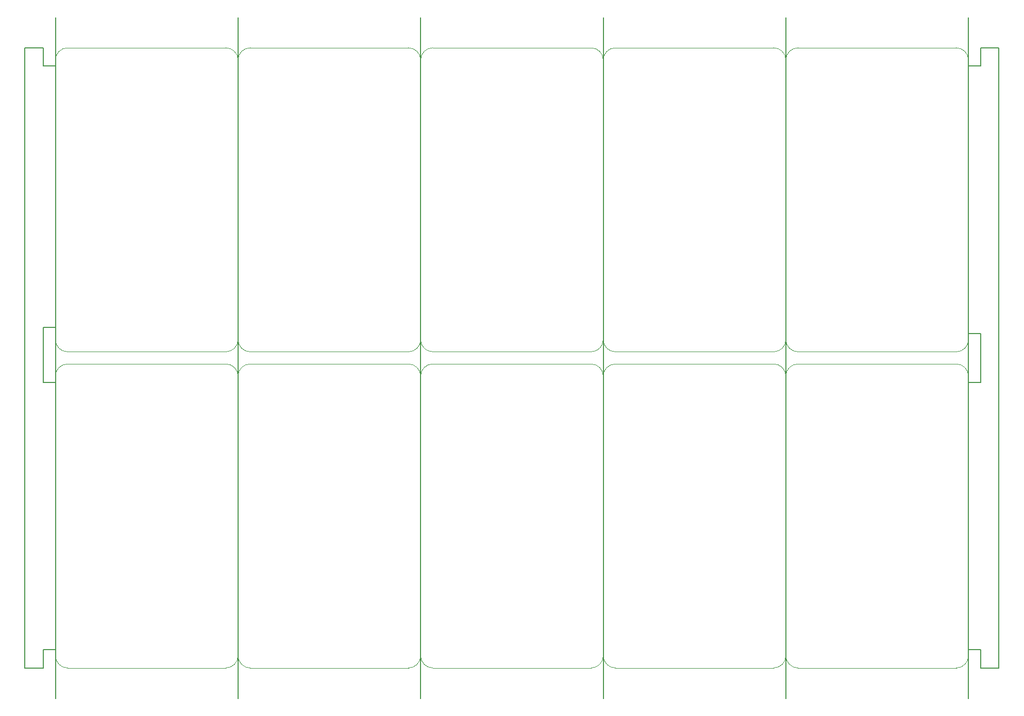
<source format=gm1>
G04 #@! TF.FileFunction,Profile,NP*
%FSLAX46Y46*%
G04 Gerber Fmt 4.6, Leading zero omitted, Abs format (unit mm)*
G04 Created by KiCad (PCBNEW 4.0.6-e0-6349~53~ubuntu16.04.1) date Tue Jun 20 10:06:01 2017*
%MOMM*%
%LPD*%
G01*
G04 APERTURE LIST*
%ADD10C,0.200000*%
%ADD11C,0.100000*%
G04 APERTURE END LIST*
D10*
X204000000Y-29000000D02*
X204000000Y-141000000D01*
X174000000Y-141000000D02*
X174000000Y-29000000D01*
X144000000Y-29000000D02*
X144000000Y-141000000D01*
X114000000Y-141000000D02*
X114000000Y-29000000D01*
X84000000Y-29000000D02*
X84000000Y-141000000D01*
X54000000Y-29000000D02*
X54000000Y-141000000D01*
X206000000Y-133000000D02*
X204000000Y-133000000D01*
X206000000Y-136000000D02*
X206000000Y-133000000D01*
X204000000Y-134000000D02*
X204000000Y-89000000D01*
X209000000Y-136000000D02*
X206000000Y-136000000D01*
D11*
X204000000Y-134000000D02*
X204000000Y-88000000D01*
X204000000Y-134000000D02*
X204000000Y-88000000D01*
X204000000Y-134000000D02*
X204000000Y-88000000D01*
X204000000Y-134000000D02*
X204000000Y-88000000D01*
X202000000Y-136000000D02*
G75*
G03X204000000Y-134000000I0J2000000D01*
G01*
X202000000Y-136000000D02*
G75*
G03X204000000Y-134000000I0J2000000D01*
G01*
X202000000Y-136000000D02*
G75*
G03X204000000Y-134000000I0J2000000D01*
G01*
X202000000Y-136000000D02*
G75*
G03X204000000Y-134000000I0J2000000D01*
G01*
D10*
X52000000Y-133000000D02*
X54000000Y-133000000D01*
X52000000Y-136000000D02*
X52000000Y-133000000D01*
X49000000Y-136000000D02*
X52000000Y-136000000D01*
X52000000Y-37000000D02*
X52000000Y-34000000D01*
X54000000Y-37000000D02*
X52000000Y-37000000D01*
X54000000Y-80000000D02*
X54000000Y-37000000D01*
X52000000Y-80000000D02*
X54000000Y-80000000D01*
X52000000Y-89000000D02*
X52000000Y-80000000D01*
X54000000Y-89000000D02*
X52000000Y-89000000D01*
X54000000Y-133000000D02*
X54000000Y-89000000D01*
X49000000Y-34000000D02*
X49000000Y-136000000D01*
X52000000Y-34000000D02*
X49000000Y-34000000D01*
X206000000Y-37000000D02*
X206000000Y-34000000D01*
X204000000Y-37000000D02*
X206000000Y-37000000D01*
X204000000Y-81000000D02*
X204000000Y-37000000D01*
X206000000Y-81000000D02*
X204000000Y-81000000D01*
X206000000Y-89000000D02*
X206000000Y-81000000D01*
X204000000Y-89000000D02*
X206000000Y-89000000D01*
X209000000Y-34000000D02*
X209000000Y-136000000D01*
X206000000Y-34000000D02*
X209000000Y-34000000D01*
D11*
X54000000Y-88000000D02*
X54000000Y-134000000D01*
X54000000Y-88000000D02*
X54000000Y-134000000D01*
X54000000Y-88000000D02*
X54000000Y-134000000D01*
X54000000Y-88000000D02*
X54000000Y-134000000D01*
X56000000Y-86000000D02*
G75*
G03X54000000Y-88000000I0J-2000000D01*
G01*
X56000000Y-86000000D02*
G75*
G03X54000000Y-88000000I0J-2000000D01*
G01*
X56000000Y-86000000D02*
G75*
G03X54000000Y-88000000I0J-2000000D01*
G01*
X56000000Y-86000000D02*
G75*
G03X54000000Y-88000000I0J-2000000D01*
G01*
X54000000Y-134000000D02*
G75*
G03X56000000Y-136000000I2000000J0D01*
G01*
X54000000Y-134000000D02*
G75*
G03X56000000Y-136000000I2000000J0D01*
G01*
X54000000Y-134000000D02*
G75*
G03X56000000Y-136000000I2000000J0D01*
G01*
X54000000Y-134000000D02*
G75*
G03X56000000Y-136000000I2000000J0D01*
G01*
X54000000Y-36000000D02*
X54000000Y-82000000D01*
X56000000Y-34000000D02*
G75*
G03X54000000Y-36000000I0J-2000000D01*
G01*
X54000000Y-82000000D02*
G75*
G03X56000000Y-84000000I2000000J0D01*
G01*
X54000000Y-82000000D02*
G75*
G03X56000000Y-84000000I2000000J0D01*
G01*
X56000000Y-34000000D02*
G75*
G03X54000000Y-36000000I0J-2000000D01*
G01*
X54000000Y-36000000D02*
X54000000Y-82000000D01*
X54000000Y-36000000D02*
X54000000Y-82000000D01*
X56000000Y-34000000D02*
G75*
G03X54000000Y-36000000I0J-2000000D01*
G01*
X54000000Y-82000000D02*
G75*
G03X56000000Y-84000000I2000000J0D01*
G01*
X54000000Y-82000000D02*
G75*
G03X56000000Y-84000000I2000000J0D01*
G01*
X56000000Y-34000000D02*
G75*
G03X54000000Y-36000000I0J-2000000D01*
G01*
X54000000Y-36000000D02*
X54000000Y-82000000D01*
X84000000Y-88000000D02*
X84000000Y-134000000D01*
X82000000Y-86000000D02*
X56000000Y-86000000D01*
X82000000Y-86000000D02*
X56000000Y-86000000D01*
X82000000Y-86000000D02*
X56000000Y-86000000D01*
X82000000Y-86000000D02*
X56000000Y-86000000D01*
X56000000Y-136000000D02*
X82000000Y-136000000D01*
X56000000Y-136000000D02*
X82000000Y-136000000D01*
X56000000Y-136000000D02*
X82000000Y-136000000D01*
X56000000Y-136000000D02*
X82000000Y-136000000D01*
X84000000Y-134000000D02*
X84000000Y-88000000D01*
X84000000Y-88000000D02*
X84000000Y-134000000D01*
X84000000Y-134000000D02*
X84000000Y-88000000D01*
X84000000Y-134000000D02*
X84000000Y-88000000D01*
X84000000Y-88000000D02*
X84000000Y-134000000D01*
X84000000Y-88000000D02*
G75*
G03X82000000Y-86000000I-2000000J0D01*
G01*
X86000000Y-86000000D02*
G75*
G03X84000000Y-88000000I0J-2000000D01*
G01*
X84000000Y-88000000D02*
G75*
G03X82000000Y-86000000I-2000000J0D01*
G01*
X86000000Y-86000000D02*
G75*
G03X84000000Y-88000000I0J-2000000D01*
G01*
X84000000Y-88000000D02*
G75*
G03X82000000Y-86000000I-2000000J0D01*
G01*
X84000000Y-88000000D02*
G75*
G03X82000000Y-86000000I-2000000J0D01*
G01*
X86000000Y-86000000D02*
G75*
G03X84000000Y-88000000I0J-2000000D01*
G01*
X174000000Y-134000000D02*
X174000000Y-88000000D01*
X174000000Y-88000000D02*
X174000000Y-134000000D01*
X174000000Y-88000000D02*
X174000000Y-134000000D01*
X176000000Y-86000000D02*
G75*
G03X174000000Y-88000000I0J-2000000D01*
G01*
X174000000Y-88000000D02*
G75*
G03X172000000Y-86000000I-2000000J0D01*
G01*
X176000000Y-86000000D02*
G75*
G03X174000000Y-88000000I0J-2000000D01*
G01*
X176000000Y-86000000D02*
G75*
G03X174000000Y-88000000I0J-2000000D01*
G01*
X174000000Y-88000000D02*
G75*
G03X172000000Y-86000000I-2000000J0D01*
G01*
X174000000Y-88000000D02*
G75*
G03X172000000Y-86000000I-2000000J0D01*
G01*
X176000000Y-86000000D02*
G75*
G03X174000000Y-88000000I0J-2000000D01*
G01*
X174000000Y-88000000D02*
G75*
G03X172000000Y-86000000I-2000000J0D01*
G01*
X174000000Y-88000000D02*
X174000000Y-134000000D01*
X174000000Y-134000000D02*
X174000000Y-88000000D01*
X174000000Y-134000000D02*
X174000000Y-88000000D01*
X174000000Y-88000000D02*
X174000000Y-134000000D01*
X174000000Y-134000000D02*
X174000000Y-88000000D01*
X176000000Y-136000000D02*
X202000000Y-136000000D01*
X176000000Y-136000000D02*
X202000000Y-136000000D01*
X176000000Y-136000000D02*
X202000000Y-136000000D01*
X176000000Y-136000000D02*
X202000000Y-136000000D01*
X174000000Y-134000000D02*
G75*
G03X176000000Y-136000000I2000000J0D01*
G01*
X172000000Y-136000000D02*
G75*
G03X174000000Y-134000000I0J2000000D01*
G01*
X174000000Y-134000000D02*
G75*
G03X176000000Y-136000000I2000000J0D01*
G01*
X174000000Y-134000000D02*
G75*
G03X176000000Y-136000000I2000000J0D01*
G01*
X172000000Y-136000000D02*
G75*
G03X174000000Y-134000000I0J2000000D01*
G01*
X172000000Y-136000000D02*
G75*
G03X174000000Y-134000000I0J2000000D01*
G01*
X174000000Y-134000000D02*
G75*
G03X176000000Y-136000000I2000000J0D01*
G01*
X172000000Y-136000000D02*
G75*
G03X174000000Y-134000000I0J2000000D01*
G01*
X202000000Y-86000000D02*
X176000000Y-86000000D01*
X204000000Y-88000000D02*
G75*
G03X202000000Y-86000000I-2000000J0D01*
G01*
X202000000Y-86000000D02*
X176000000Y-86000000D01*
X202000000Y-86000000D02*
X176000000Y-86000000D01*
X204000000Y-88000000D02*
G75*
G03X202000000Y-86000000I-2000000J0D01*
G01*
X204000000Y-88000000D02*
G75*
G03X202000000Y-86000000I-2000000J0D01*
G01*
X202000000Y-86000000D02*
X176000000Y-86000000D01*
X204000000Y-88000000D02*
G75*
G03X202000000Y-86000000I-2000000J0D01*
G01*
X112000000Y-86000000D02*
X86000000Y-86000000D01*
X86000000Y-86000000D02*
G75*
G03X84000000Y-88000000I0J-2000000D01*
G01*
X112000000Y-86000000D02*
X86000000Y-86000000D01*
X112000000Y-86000000D02*
X86000000Y-86000000D01*
X112000000Y-86000000D02*
X86000000Y-86000000D01*
X84000000Y-88000000D02*
X84000000Y-134000000D01*
X82000000Y-136000000D02*
G75*
G03X84000000Y-134000000I0J2000000D01*
G01*
X84000000Y-134000000D02*
G75*
G03X86000000Y-136000000I2000000J0D01*
G01*
X82000000Y-136000000D02*
G75*
G03X84000000Y-134000000I0J2000000D01*
G01*
X84000000Y-134000000D02*
G75*
G03X86000000Y-136000000I2000000J0D01*
G01*
X84000000Y-134000000D02*
X84000000Y-88000000D01*
X86000000Y-136000000D02*
X112000000Y-136000000D01*
X84000000Y-134000000D02*
G75*
G03X86000000Y-136000000I2000000J0D01*
G01*
X82000000Y-136000000D02*
G75*
G03X84000000Y-134000000I0J2000000D01*
G01*
X82000000Y-136000000D02*
G75*
G03X84000000Y-134000000I0J2000000D01*
G01*
X84000000Y-134000000D02*
G75*
G03X86000000Y-136000000I2000000J0D01*
G01*
X86000000Y-136000000D02*
X112000000Y-136000000D01*
X86000000Y-136000000D02*
X112000000Y-136000000D01*
X86000000Y-136000000D02*
X112000000Y-136000000D01*
X112000000Y-136000000D02*
G75*
G03X114000000Y-134000000I0J2000000D01*
G01*
X112000000Y-136000000D02*
G75*
G03X114000000Y-134000000I0J2000000D01*
G01*
X112000000Y-136000000D02*
G75*
G03X114000000Y-134000000I0J2000000D01*
G01*
X112000000Y-136000000D02*
G75*
G03X114000000Y-134000000I0J2000000D01*
G01*
X114000000Y-88000000D02*
G75*
G03X112000000Y-86000000I-2000000J0D01*
G01*
X114000000Y-88000000D02*
G75*
G03X112000000Y-86000000I-2000000J0D01*
G01*
X114000000Y-88000000D02*
G75*
G03X112000000Y-86000000I-2000000J0D01*
G01*
X114000000Y-88000000D02*
G75*
G03X112000000Y-86000000I-2000000J0D01*
G01*
X146000000Y-136000000D02*
X172000000Y-136000000D01*
X146000000Y-136000000D02*
X172000000Y-136000000D01*
X146000000Y-136000000D02*
X172000000Y-136000000D01*
X146000000Y-136000000D02*
X172000000Y-136000000D01*
X144000000Y-134000000D02*
G75*
G03X146000000Y-136000000I2000000J0D01*
G01*
X144000000Y-134000000D02*
G75*
G03X146000000Y-136000000I2000000J0D01*
G01*
X144000000Y-134000000D02*
G75*
G03X146000000Y-136000000I2000000J0D01*
G01*
X144000000Y-88000000D02*
X144000000Y-134000000D01*
X144000000Y-134000000D02*
X144000000Y-88000000D01*
X144000000Y-134000000D02*
X144000000Y-88000000D01*
X144000000Y-88000000D02*
X144000000Y-134000000D01*
X144000000Y-88000000D02*
X144000000Y-134000000D01*
X144000000Y-134000000D02*
X144000000Y-88000000D01*
X144000000Y-134000000D02*
X144000000Y-88000000D01*
X142000000Y-136000000D02*
G75*
G03X144000000Y-134000000I0J2000000D01*
G01*
X144000000Y-134000000D02*
G75*
G03X146000000Y-136000000I2000000J0D01*
G01*
X142000000Y-136000000D02*
G75*
G03X144000000Y-134000000I0J2000000D01*
G01*
X142000000Y-136000000D02*
G75*
G03X144000000Y-134000000I0J2000000D01*
G01*
X142000000Y-136000000D02*
G75*
G03X144000000Y-134000000I0J2000000D01*
G01*
X116000000Y-136000000D02*
X142000000Y-136000000D01*
X114000000Y-134000000D02*
G75*
G03X116000000Y-136000000I2000000J0D01*
G01*
X116000000Y-136000000D02*
X142000000Y-136000000D01*
X116000000Y-136000000D02*
X142000000Y-136000000D01*
X114000000Y-134000000D02*
G75*
G03X116000000Y-136000000I2000000J0D01*
G01*
X114000000Y-134000000D02*
G75*
G03X116000000Y-136000000I2000000J0D01*
G01*
X116000000Y-136000000D02*
X142000000Y-136000000D01*
X114000000Y-134000000D02*
G75*
G03X116000000Y-136000000I2000000J0D01*
G01*
X114000000Y-88000000D02*
X114000000Y-134000000D01*
X114000000Y-134000000D02*
X114000000Y-88000000D01*
X114000000Y-88000000D02*
X114000000Y-134000000D01*
X114000000Y-134000000D02*
X114000000Y-88000000D01*
X114000000Y-88000000D02*
X114000000Y-134000000D01*
X114000000Y-88000000D02*
X114000000Y-134000000D01*
X114000000Y-134000000D02*
X114000000Y-88000000D01*
X114000000Y-134000000D02*
X114000000Y-88000000D01*
X142000000Y-86000000D02*
X116000000Y-86000000D01*
X116000000Y-86000000D02*
G75*
G03X114000000Y-88000000I0J-2000000D01*
G01*
X116000000Y-86000000D02*
G75*
G03X114000000Y-88000000I0J-2000000D01*
G01*
X142000000Y-86000000D02*
X116000000Y-86000000D01*
X142000000Y-86000000D02*
X116000000Y-86000000D01*
X116000000Y-86000000D02*
G75*
G03X114000000Y-88000000I0J-2000000D01*
G01*
X142000000Y-86000000D02*
X116000000Y-86000000D01*
X116000000Y-86000000D02*
G75*
G03X114000000Y-88000000I0J-2000000D01*
G01*
X144000000Y-88000000D02*
G75*
G03X142000000Y-86000000I-2000000J0D01*
G01*
X144000000Y-88000000D02*
X144000000Y-134000000D01*
X144000000Y-88000000D02*
G75*
G03X142000000Y-86000000I-2000000J0D01*
G01*
X144000000Y-88000000D02*
G75*
G03X142000000Y-86000000I-2000000J0D01*
G01*
X144000000Y-88000000D02*
G75*
G03X142000000Y-86000000I-2000000J0D01*
G01*
X172000000Y-86000000D02*
X146000000Y-86000000D01*
X146000000Y-86000000D02*
G75*
G03X144000000Y-88000000I0J-2000000D01*
G01*
X172000000Y-86000000D02*
X146000000Y-86000000D01*
X172000000Y-86000000D02*
X146000000Y-86000000D01*
X146000000Y-86000000D02*
G75*
G03X144000000Y-88000000I0J-2000000D01*
G01*
X146000000Y-86000000D02*
G75*
G03X144000000Y-88000000I0J-2000000D01*
G01*
X172000000Y-86000000D02*
X146000000Y-86000000D01*
X146000000Y-86000000D02*
G75*
G03X144000000Y-88000000I0J-2000000D01*
G01*
X174000000Y-36000000D02*
X174000000Y-82000000D01*
X176000000Y-84000000D02*
X202000000Y-84000000D01*
X204000000Y-82000000D02*
X204000000Y-36000000D01*
X202000000Y-34000000D02*
X176000000Y-34000000D01*
X176000000Y-34000000D02*
G75*
G03X174000000Y-36000000I0J-2000000D01*
G01*
X204000000Y-36000000D02*
G75*
G03X202000000Y-34000000I-2000000J0D01*
G01*
X174000000Y-82000000D02*
G75*
G03X176000000Y-84000000I2000000J0D01*
G01*
X202000000Y-84000000D02*
G75*
G03X204000000Y-82000000I0J2000000D01*
G01*
X144000000Y-36000000D02*
X144000000Y-82000000D01*
X146000000Y-84000000D02*
X172000000Y-84000000D01*
X174000000Y-82000000D02*
X174000000Y-36000000D01*
X172000000Y-34000000D02*
X146000000Y-34000000D01*
X146000000Y-34000000D02*
G75*
G03X144000000Y-36000000I0J-2000000D01*
G01*
X174000000Y-36000000D02*
G75*
G03X172000000Y-34000000I-2000000J0D01*
G01*
X144000000Y-82000000D02*
G75*
G03X146000000Y-84000000I2000000J0D01*
G01*
X172000000Y-84000000D02*
G75*
G03X174000000Y-82000000I0J2000000D01*
G01*
X114000000Y-36000000D02*
X114000000Y-82000000D01*
X116000000Y-84000000D02*
X142000000Y-84000000D01*
X144000000Y-82000000D02*
X144000000Y-36000000D01*
X142000000Y-34000000D02*
X116000000Y-34000000D01*
X116000000Y-34000000D02*
G75*
G03X114000000Y-36000000I0J-2000000D01*
G01*
X144000000Y-36000000D02*
G75*
G03X142000000Y-34000000I-2000000J0D01*
G01*
X114000000Y-82000000D02*
G75*
G03X116000000Y-84000000I2000000J0D01*
G01*
X142000000Y-84000000D02*
G75*
G03X144000000Y-82000000I0J2000000D01*
G01*
X84000000Y-36000000D02*
X84000000Y-82000000D01*
X86000000Y-84000000D02*
X112000000Y-84000000D01*
X114000000Y-82000000D02*
X114000000Y-36000000D01*
X112000000Y-34000000D02*
X86000000Y-34000000D01*
X86000000Y-34000000D02*
G75*
G03X84000000Y-36000000I0J-2000000D01*
G01*
X114000000Y-36000000D02*
G75*
G03X112000000Y-34000000I-2000000J0D01*
G01*
X84000000Y-82000000D02*
G75*
G03X86000000Y-84000000I2000000J0D01*
G01*
X112000000Y-84000000D02*
G75*
G03X114000000Y-82000000I0J2000000D01*
G01*
X56000000Y-84000000D02*
X82000000Y-84000000D01*
X84000000Y-82000000D02*
X84000000Y-36000000D01*
X82000000Y-34000000D02*
X56000000Y-34000000D01*
X84000000Y-36000000D02*
G75*
G03X82000000Y-34000000I-2000000J0D01*
G01*
X82000000Y-84000000D02*
G75*
G03X84000000Y-82000000I0J2000000D01*
G01*
X82000000Y-84000000D02*
G75*
G03X84000000Y-82000000I0J2000000D01*
G01*
X84000000Y-36000000D02*
G75*
G03X82000000Y-34000000I-2000000J0D01*
G01*
X82000000Y-34000000D02*
X56000000Y-34000000D01*
X84000000Y-82000000D02*
X84000000Y-36000000D01*
X56000000Y-84000000D02*
X82000000Y-84000000D01*
X112000000Y-84000000D02*
G75*
G03X114000000Y-82000000I0J2000000D01*
G01*
X84000000Y-82000000D02*
G75*
G03X86000000Y-84000000I2000000J0D01*
G01*
X114000000Y-36000000D02*
G75*
G03X112000000Y-34000000I-2000000J0D01*
G01*
X86000000Y-34000000D02*
G75*
G03X84000000Y-36000000I0J-2000000D01*
G01*
X112000000Y-34000000D02*
X86000000Y-34000000D01*
X114000000Y-82000000D02*
X114000000Y-36000000D01*
X86000000Y-84000000D02*
X112000000Y-84000000D01*
X84000000Y-36000000D02*
X84000000Y-82000000D01*
X142000000Y-84000000D02*
G75*
G03X144000000Y-82000000I0J2000000D01*
G01*
X114000000Y-82000000D02*
G75*
G03X116000000Y-84000000I2000000J0D01*
G01*
X144000000Y-36000000D02*
G75*
G03X142000000Y-34000000I-2000000J0D01*
G01*
X116000000Y-34000000D02*
G75*
G03X114000000Y-36000000I0J-2000000D01*
G01*
X142000000Y-34000000D02*
X116000000Y-34000000D01*
X144000000Y-82000000D02*
X144000000Y-36000000D01*
X116000000Y-84000000D02*
X142000000Y-84000000D01*
X114000000Y-36000000D02*
X114000000Y-82000000D01*
X172000000Y-84000000D02*
G75*
G03X174000000Y-82000000I0J2000000D01*
G01*
X144000000Y-82000000D02*
G75*
G03X146000000Y-84000000I2000000J0D01*
G01*
X174000000Y-36000000D02*
G75*
G03X172000000Y-34000000I-2000000J0D01*
G01*
X146000000Y-34000000D02*
G75*
G03X144000000Y-36000000I0J-2000000D01*
G01*
X172000000Y-34000000D02*
X146000000Y-34000000D01*
X174000000Y-82000000D02*
X174000000Y-36000000D01*
X146000000Y-84000000D02*
X172000000Y-84000000D01*
X144000000Y-36000000D02*
X144000000Y-82000000D01*
X202000000Y-84000000D02*
G75*
G03X204000000Y-82000000I0J2000000D01*
G01*
X174000000Y-82000000D02*
G75*
G03X176000000Y-84000000I2000000J0D01*
G01*
X204000000Y-36000000D02*
G75*
G03X202000000Y-34000000I-2000000J0D01*
G01*
X176000000Y-34000000D02*
G75*
G03X174000000Y-36000000I0J-2000000D01*
G01*
X202000000Y-34000000D02*
X176000000Y-34000000D01*
X204000000Y-82000000D02*
X204000000Y-36000000D01*
X176000000Y-84000000D02*
X202000000Y-84000000D01*
X174000000Y-36000000D02*
X174000000Y-82000000D01*
X174000000Y-36000000D02*
X174000000Y-82000000D01*
X176000000Y-84000000D02*
X202000000Y-84000000D01*
X204000000Y-82000000D02*
X204000000Y-36000000D01*
X202000000Y-34000000D02*
X176000000Y-34000000D01*
X176000000Y-34000000D02*
G75*
G03X174000000Y-36000000I0J-2000000D01*
G01*
X204000000Y-36000000D02*
G75*
G03X202000000Y-34000000I-2000000J0D01*
G01*
X174000000Y-82000000D02*
G75*
G03X176000000Y-84000000I2000000J0D01*
G01*
X202000000Y-84000000D02*
G75*
G03X204000000Y-82000000I0J2000000D01*
G01*
X144000000Y-36000000D02*
X144000000Y-82000000D01*
X146000000Y-84000000D02*
X172000000Y-84000000D01*
X174000000Y-82000000D02*
X174000000Y-36000000D01*
X172000000Y-34000000D02*
X146000000Y-34000000D01*
X146000000Y-34000000D02*
G75*
G03X144000000Y-36000000I0J-2000000D01*
G01*
X174000000Y-36000000D02*
G75*
G03X172000000Y-34000000I-2000000J0D01*
G01*
X144000000Y-82000000D02*
G75*
G03X146000000Y-84000000I2000000J0D01*
G01*
X172000000Y-84000000D02*
G75*
G03X174000000Y-82000000I0J2000000D01*
G01*
X114000000Y-36000000D02*
X114000000Y-82000000D01*
X116000000Y-84000000D02*
X142000000Y-84000000D01*
X144000000Y-82000000D02*
X144000000Y-36000000D01*
X142000000Y-34000000D02*
X116000000Y-34000000D01*
X116000000Y-34000000D02*
G75*
G03X114000000Y-36000000I0J-2000000D01*
G01*
X144000000Y-36000000D02*
G75*
G03X142000000Y-34000000I-2000000J0D01*
G01*
X114000000Y-82000000D02*
G75*
G03X116000000Y-84000000I2000000J0D01*
G01*
X142000000Y-84000000D02*
G75*
G03X144000000Y-82000000I0J2000000D01*
G01*
X84000000Y-36000000D02*
X84000000Y-82000000D01*
X86000000Y-84000000D02*
X112000000Y-84000000D01*
X114000000Y-82000000D02*
X114000000Y-36000000D01*
X112000000Y-34000000D02*
X86000000Y-34000000D01*
X86000000Y-34000000D02*
G75*
G03X84000000Y-36000000I0J-2000000D01*
G01*
X114000000Y-36000000D02*
G75*
G03X112000000Y-34000000I-2000000J0D01*
G01*
X84000000Y-82000000D02*
G75*
G03X86000000Y-84000000I2000000J0D01*
G01*
X112000000Y-84000000D02*
G75*
G03X114000000Y-82000000I0J2000000D01*
G01*
X56000000Y-84000000D02*
X82000000Y-84000000D01*
X84000000Y-82000000D02*
X84000000Y-36000000D01*
X82000000Y-34000000D02*
X56000000Y-34000000D01*
X84000000Y-36000000D02*
G75*
G03X82000000Y-34000000I-2000000J0D01*
G01*
X82000000Y-84000000D02*
G75*
G03X84000000Y-82000000I0J2000000D01*
G01*
X82000000Y-84000000D02*
G75*
G03X84000000Y-82000000I0J2000000D01*
G01*
X84000000Y-36000000D02*
G75*
G03X82000000Y-34000000I-2000000J0D01*
G01*
X82000000Y-34000000D02*
X56000000Y-34000000D01*
X84000000Y-82000000D02*
X84000000Y-36000000D01*
X56000000Y-84000000D02*
X82000000Y-84000000D01*
X112000000Y-84000000D02*
G75*
G03X114000000Y-82000000I0J2000000D01*
G01*
X84000000Y-82000000D02*
G75*
G03X86000000Y-84000000I2000000J0D01*
G01*
X114000000Y-36000000D02*
G75*
G03X112000000Y-34000000I-2000000J0D01*
G01*
X86000000Y-34000000D02*
G75*
G03X84000000Y-36000000I0J-2000000D01*
G01*
X112000000Y-34000000D02*
X86000000Y-34000000D01*
X114000000Y-82000000D02*
X114000000Y-36000000D01*
X86000000Y-84000000D02*
X112000000Y-84000000D01*
X84000000Y-36000000D02*
X84000000Y-82000000D01*
X142000000Y-84000000D02*
G75*
G03X144000000Y-82000000I0J2000000D01*
G01*
X114000000Y-82000000D02*
G75*
G03X116000000Y-84000000I2000000J0D01*
G01*
X144000000Y-36000000D02*
G75*
G03X142000000Y-34000000I-2000000J0D01*
G01*
X116000000Y-34000000D02*
G75*
G03X114000000Y-36000000I0J-2000000D01*
G01*
X142000000Y-34000000D02*
X116000000Y-34000000D01*
X144000000Y-82000000D02*
X144000000Y-36000000D01*
X116000000Y-84000000D02*
X142000000Y-84000000D01*
X114000000Y-36000000D02*
X114000000Y-82000000D01*
X172000000Y-84000000D02*
G75*
G03X174000000Y-82000000I0J2000000D01*
G01*
X144000000Y-82000000D02*
G75*
G03X146000000Y-84000000I2000000J0D01*
G01*
X174000000Y-36000000D02*
G75*
G03X172000000Y-34000000I-2000000J0D01*
G01*
X146000000Y-34000000D02*
G75*
G03X144000000Y-36000000I0J-2000000D01*
G01*
X172000000Y-34000000D02*
X146000000Y-34000000D01*
X174000000Y-82000000D02*
X174000000Y-36000000D01*
X146000000Y-84000000D02*
X172000000Y-84000000D01*
X144000000Y-36000000D02*
X144000000Y-82000000D01*
X202000000Y-84000000D02*
G75*
G03X204000000Y-82000000I0J2000000D01*
G01*
X174000000Y-82000000D02*
G75*
G03X176000000Y-84000000I2000000J0D01*
G01*
X204000000Y-36000000D02*
G75*
G03X202000000Y-34000000I-2000000J0D01*
G01*
X176000000Y-34000000D02*
G75*
G03X174000000Y-36000000I0J-2000000D01*
G01*
X202000000Y-34000000D02*
X176000000Y-34000000D01*
X204000000Y-82000000D02*
X204000000Y-36000000D01*
X176000000Y-84000000D02*
X202000000Y-84000000D01*
X174000000Y-36000000D02*
X174000000Y-82000000D01*
M02*

</source>
